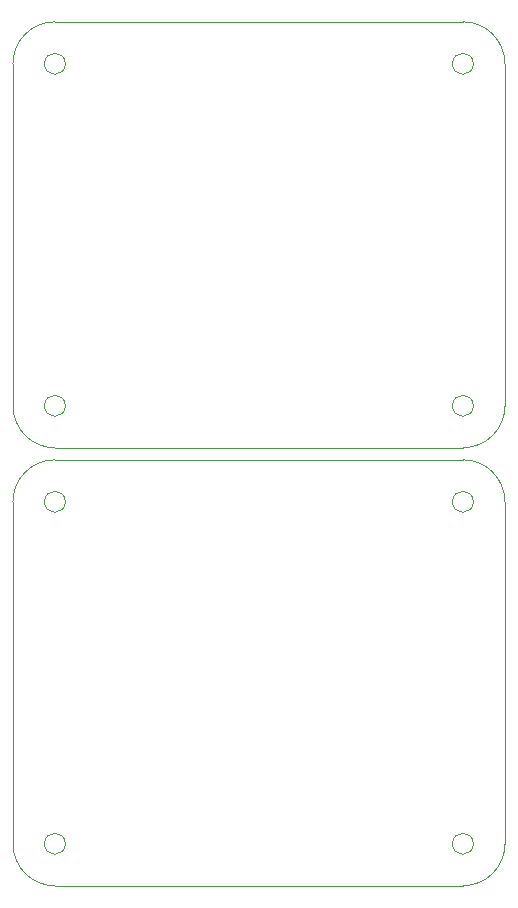
<source format=gm1>
G04 #@! TF.GenerationSoftware,KiCad,Pcbnew,(5.1.6)-1*
G04 #@! TF.CreationDate,2021-09-12T23:36:55-07:00*
G04 #@! TF.ProjectId,sulu_ldo_and_reg_panel,73756c75-5f6c-4646-9f5f-616e645f7265,rev?*
G04 #@! TF.SameCoordinates,Original*
G04 #@! TF.FileFunction,Profile,NP*
%FSLAX46Y46*%
G04 Gerber Fmt 4.6, Leading zero omitted, Abs format (unit mm)*
G04 Created by KiCad (PCBNEW (5.1.6)-1) date 2021-09-12 23:36:55*
%MOMM*%
%LPD*%
G01*
G04 APERTURE LIST*
G04 #@! TA.AperFunction,Profile*
%ADD10C,0.101600*%
G04 #@! TD*
G04 #@! TA.AperFunction,Profile*
%ADD11C,0.100000*%
G04 #@! TD*
G04 APERTURE END LIST*
D10*
X66040000Y-51816000D02*
G75*
G02*
X69596000Y-48260000I3556000J0D01*
G01*
X69596000Y-84328000D02*
G75*
G02*
X66040000Y-80772000I0J3556000D01*
G01*
X107696000Y-80772000D02*
G75*
G02*
X104140000Y-84328000I-3556000J0D01*
G01*
X104140000Y-48260000D02*
G75*
G02*
X107696000Y-51816000I0J-3556000D01*
G01*
X69596000Y-48260000D02*
X104140000Y-48260000D01*
X66040000Y-51816000D02*
X66040000Y-80772000D01*
X104140000Y-84328000D02*
X69596000Y-84328000D01*
X107696000Y-51816000D02*
X107696000Y-80772000D01*
D11*
X70485000Y-51816000D02*
G75*
G03*
X70485000Y-51816000I-889000J0D01*
G01*
X70485000Y-80772000D02*
G75*
G03*
X70485000Y-80772000I-889000J0D01*
G01*
X105029000Y-80772000D02*
G75*
G03*
X105029000Y-80772000I-889000J0D01*
G01*
X105029000Y-51816000D02*
G75*
G03*
X105029000Y-51816000I-889000J0D01*
G01*
D10*
X66040000Y-88900000D02*
G75*
G02*
X69596000Y-85344000I3556000J0D01*
G01*
X69596000Y-121412000D02*
G75*
G02*
X66040000Y-117856000I0J3556000D01*
G01*
X107696000Y-117856000D02*
G75*
G02*
X104140000Y-121412000I-3556000J0D01*
G01*
X104140000Y-85344000D02*
G75*
G02*
X107696000Y-88900000I0J-3556000D01*
G01*
X69596000Y-85344000D02*
X104140000Y-85344000D01*
X66040000Y-88900000D02*
X66040000Y-117856000D01*
X104140000Y-121412000D02*
X69596000Y-121412000D01*
X107696000Y-88900000D02*
X107696000Y-117856000D01*
D11*
X70485000Y-88900000D02*
G75*
G03*
X70485000Y-88900000I-889000J0D01*
G01*
X70485000Y-117856000D02*
G75*
G03*
X70485000Y-117856000I-889000J0D01*
G01*
X105029000Y-117856000D02*
G75*
G03*
X105029000Y-117856000I-889000J0D01*
G01*
X105029000Y-88900000D02*
G75*
G03*
X105029000Y-88900000I-889000J0D01*
G01*
M02*

</source>
